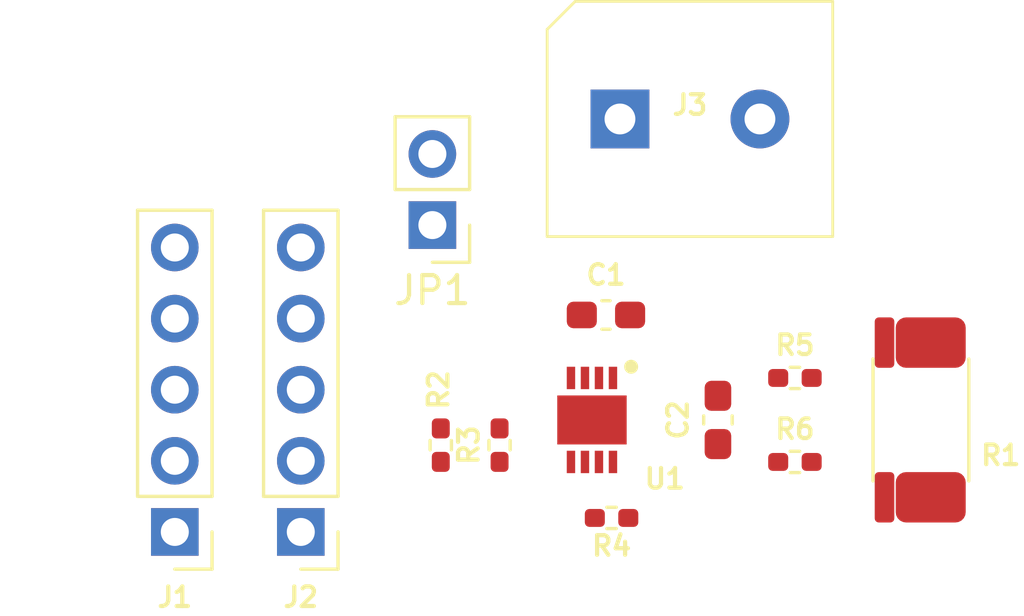
<source format=kicad_pcb>
(kicad_pcb (version 20240108) (generator "pcbnew") (generator_version "8.0")
  (layers (0 "F.Cu" signal) (31 "B.Cu" signal) (34 "B.Paste" user) (35 "F.Paste" user) (36 "B.SilkS" user "B.Silkscreen") (37 "F.SilkS" user "F.Silkscreen") (38 "B.Mask" user) (39 "F.Mask" user) (44 "Edge.Cuts" user))
  (net 0 "")
  (net 1 "/SDA")
  (net 2 "/SCL")
  (net 3 "/~{ALCC}")
  (net 4 "/3V3{slash}5V")
  (net 5 "GND")
  (net 6 "/Ext_Connector/BATT+_IN")
  (net 7 "/Ext_Connector/BATT+_OUT")
  (net 8 "Net-(R1-Pad2)")
  (net 9 "Net-(R1-Pad3)")
  (net 10 "/LTC2944/SENSE+_IN")
  (net 11 "/LTC2944/SENSE-_IN")
  (footprint "PP_PoC:PinHeader_1x05_P2.54mm_Vertical" (layer "F.Cu") (at 139.1 109.5 180)
    (property "Reference" "J1" (at 0 -2.33 180) (layer "F.SilkS") (effects (font (size 0.7 0.7))))
    (property "Value" "Conn_01x05_Pin")
    (fp_line (start 1.33 1.270001) (end 1.33 11.49) (stroke (width 0.12)) (layer "F.SilkS"))
    (fp_line (start -1.33 11.49) (end 1.33 11.49) (stroke (width 0.12)) (layer "F.SilkS"))
    (fp_line (start -1.33 1.270001) (end 1.33 1.270001) (stroke (width 0.12)) (layer "F.SilkS"))
    (fp_line (start -1.33 1.270001) (end -1.33 11.49) (stroke (width 0.12)) (layer "F.SilkS"))
    (fp_line (start -1.33 0) (end -1.33 -1.33) (stroke (width 0.12)) (layer "F.SilkS"))
    (fp_line (start -1.33 -1.33) (end 0 -1.33) (stroke (width 0.12)) (layer "F.SilkS"))
    (pad "1" thru_hole rect (at 0 0 180) (size 1.7 1.7) (drill 1) (layers "*.Cu" "*.Mask") (net 2 "/SCL"))
    (pad "2" thru_hole oval (at 0 2.54 180) (size 1.7 1.7) (drill 1) (layers "*.Cu" "*.Mask") (net 1 "/SDA"))
    (pad "3" thru_hole oval (at 0 5.079999 180) (size 1.7 1.7) (drill 1) (layers "*.Cu" "*.Mask") (net 3 "/~{ALCC}"))
    (pad "4" thru_hole oval (at 0 7.62 180) (size 1.7 1.7) (drill 1) (layers "*.Cu" "*.Mask") (net 4 "/3V3{slash}5V"))
    (pad "5" thru_hole oval (at 0 10.16 180) (size 1.7 1.7) (drill 1) (layers "*.Cu" "*.Mask") (net 5 "GND"))
  )
  (footprint "PP_PoC:PinHeader_1x02_P2.54mm_Vertical" (layer "F.Cu") (at 148.3 98.54 180)
    (property "Reference" "JP1" (at 0 -2.33 180) (layer "F.SilkS"))
    (property "Value" "Jumper_2_Open")
    (fp_line (start 1.33 1.270001) (end 1.33 3.87) (stroke (width 0.12)) (layer "F.SilkS"))
    (fp_line (start -1.33 3.87) (end 1.33 3.87) (stroke (width 0.12)) (layer "F.SilkS"))
    (fp_line (start -1.33 1.270001) (end 1.33 1.270001) (stroke (width 0.12)) (layer "F.SilkS"))
    (fp_line (start -1.33 1.270001) (end -1.33 3.87) (stroke (width 0.12)) (layer "F.SilkS"))
    (fp_line (start -1.33 0) (end -1.33 -1.33) (stroke (width 0.12)) (layer "F.SilkS"))
    (fp_line (start -1.33 -1.33) (end 0 -1.33) (stroke (width 0.12)) (layer "F.SilkS"))
    (pad "1" thru_hole rect (at 0 0 180) (size 1.7 1.7) (drill 1) (layers "*.Cu" "*.Mask") (net 4 "/3V3{slash}5V"))
    (pad "2" thru_hole oval (at 0 2.54 180) (size 1.7 1.7) (drill 1) (layers "*.Cu" "*.Mask") (net 6 "/Ext_Connector/BATT+_IN"))
  )
  (footprint "PP_PoC:R_0402_1005Metric_Pad0.72x0.64mm_HandSolder" (layer "F.Cu") (at 148.6 106.4 -90)
    (property "Reference" "R2" (at -1.974999 0.08 90) (layer "F.SilkS") (effects (font (size 0.7 0.7))))
    (property "Value" "2k")
    (fp_line (start -0.167621 0.380001) (end 0.167621 0.380001) (stroke (width 0.12)) (layer "F.SilkS"))
    (fp_line (start -0.167621 -0.380001) (end 0.167621 -0.380001) (stroke (width 0.12)) (layer "F.SilkS"))
    (pad "1" smd roundrect (at -0.5975 0 270) (size 0.715 0.64) (layers "F.Cu" "F.Paste" "F.Mask") (net 4 "/3V3{slash}5V"))
    (pad "2" smd roundrect (at 0.5975 0 270) (size 0.715 0.64) (layers "F.Cu" "F.Paste" "F.Mask") (net 2 "/SCL"))
  )
  (footprint "PP_PoC:C_0603_1608Metric_Pad1.08x0.95mm_HandSolder" (layer "F.Cu") (at 158.5 105.5 90)
    (property "Reference" "C2" (at 0 -1.43 -90) (layer "F.SilkS") (effects (font (size 0.7 0.7))))
    (property "Value" "100nF")
    (fp_line (start -0.146267 -0.51) (end 0.146267 -0.51) (stroke (width 0.12)) (layer "F.SilkS"))
    (fp_line (start -0.146267 0.51) (end 0.146267 0.51) (stroke (width 0.12)) (layer "F.SilkS"))
    (pad "1" smd roundrect (at -0.862501 0 90) (size 1.075 0.95) (layers "F.Cu" "F.Paste" "F.Mask") (net 11 "/LTC2944/SENSE-_IN"))
    (pad "2" smd roundrect (at 0.862501 0 90) (size 1.075 0.95) (layers "F.Cu" "F.Paste" "F.Mask") (net 10 "/LTC2944/SENSE+_IN"))
  )
  (footprint "PP_PoC:R_0402_1005Metric_Pad0.72x0.64mm_HandSolder" (layer "F.Cu") (at 161.25 107)
    (property "Reference" "R6" (at 0 -1.17 0) (layer "F.SilkS") (effects (font (size 0.7 0.7))))
    (property "Value" "100E")
    (fp_line (start -0.167621 -0.38) (end 0.167621 -0.38) (stroke (width 0.12)) (layer "F.SilkS"))
    (fp_line (start -0.167621 0.38) (end 0.167621 0.38) (stroke (width 0.12)) (layer "F.SilkS"))
    (pad "1" smd roundrect (at -0.5975 0) (size 0.715 0.64) (layers "F.Cu" "F.Paste" "F.Mask") (net 11 "/LTC2944/SENSE-_IN"))
    (pad "2" smd roundrect (at 0.5975 0) (size 0.715 0.64) (layers "F.Cu" "F.Paste" "F.Mask") (net 8 "Net-(R1-Pad2)"))
  )
  (footprint "PP_PoC:LTC2944_DFN" (layer "F.Cu") (at 154 105.5 -90)
    (property "Reference" "U1" (at 2.1 -2.6 180) (layer "F.SilkS") (effects (font (size 0.7 0.7))))
    (property "Value" "LTC2944IDD#PBF" (hide yes))
    (fp_circle (center -1.899999 -1.4) (end -1.9 -1.275) (stroke (width 0.25)) (fill none) (layer "F.SilkS"))
    (pad "1" smd rect (at -1.5 -0.75) (size 0.3 0.8) (layers "F.Cu" "F.Paste" "F.Mask") (net 10 "/LTC2944/SENSE+_IN"))
    (pad "2" smd rect (at -1.5 -0.25) (size 0.3 0.8) (layers "F.Cu" "F.Paste" "F.Mask") (net 5 "GND"))
    (pad "3" smd rect (at -1.5 0.25) (size 0.3 0.8) (layers "F.Cu" "F.Paste" "F.Mask") (net 5 "GND"))
    (pad "4" smd rect (at -1.5 0.75) (size 0.3 0.8) (layers "F.Cu" "F.Paste" "F.Mask") (net 2 "/SCL"))
    (pad "5" smd rect (at 1.5 0.75) (size 0.3 0.8) (layers "F.Cu" "F.Paste" "F.Mask") (net 1 "/SDA"))
    (pad "6" smd rect (at 1.5 0.25) (size 0.3 0.8) (layers "F.Cu" "F.Paste" "F.Mask") (net 3 "/~{ALCC}"))
    (pad "7" smd rect (at 1.5 -0.25) (size 0.3 0.8) (layers "F.Cu" "F.Paste" "F.Mask") (net 5 "GND"))
    (pad "8" smd rect (at 1.5 -0.75) (size 0.3 0.8) (layers "F.Cu" "F.Paste" "F.Mask") (net 11 "/LTC2944/SENSE-_IN"))
    (pad "9" smd rect (at 0 0 270) (size 1.75 2.48) (layers "F.Cu" "F.Paste" "F.Mask") (net 5 "GND"))
  )
  (footprint "PP_PoC:R_2512_6332Metric" (layer "F.Cu") (at 165.75 105.5 -90)
    (property "Reference" "R1" (at 1.2625 -2.85 180) (layer "F.SilkS") (effects (font (size 0.7 0.7))))
    (property "Value" "5mE")
    (fp_line (start -2.177064 1.71) (end 2.177064 1.71) (stroke (width 0.12)) (layer "F.SilkS"))
    (fp_line (start -2.177064 -1.71) (end 2.177064 -1.71) (stroke (width 0.12)) (layer "F.SilkS"))
    (pad "1" smd roundrect (at 2.7625 -0.35 270) (size 1.8 2.5) (layers "F.Cu" "F.Paste" "F.Mask") (roundrect_rratio 0.204082) (net 5 "GND"))
    (pad "2" smd roundrect (at 2.7625 1.3 270) (size 1.8 0.7) (layers "F.Cu" "F.Paste" "F.Mask") (roundrect_rratio 0.204082) (net 8 "Net-(R1-Pad2)"))
    (pad "3" smd roundrect (at -2.7625 1.3 270) (size 1.8 0.7) (layers "F.Cu" "F.Paste" "F.Mask") (roundrect_rratio 0.204082) (net 9 "Net-(R1-Pad3)"))
    (pad "4" smd roundrect (at -2.7625 -0.35 270) (size 1.8 2.5) (layers "F.Cu" "F.Paste" "F.Mask") (roundrect_rratio 0.204082) (net 7 "/Ext_Connector/BATT+_OUT"))
  )
  (footprint "PP_PoC:C_0603_1608Metric_Pad1.08x0.95mm_HandSolder" (layer "F.Cu") (at 154.5 101.75)
    (property "Reference" "C1" (at 0 -1.43 0) (layer "F.SilkS") (effects (font (size 0.7 0.7))))
    (property "Value" "1uF")
    (fp_line (start -0.146267 -0.51) (end 0.146267 -0.51) (stroke (width 0.12)) (layer "F.SilkS"))
    (fp_line (start -0.146267 0.51) (end 0.146267 0.51) (stroke (width 0.12)) (layer "F.SilkS"))
    (pad "1" smd roundrect (at -0.8625 0) (size 1.075 0.95) (layers "F.Cu" "F.Paste" "F.Mask") (net 5 "GND"))
    (pad "2" smd roundrect (at 0.8625 0) (size 1.075 0.95) (layers "F.Cu" "F.Paste" "F.Mask") (net 10 "/LTC2944/SENSE+_IN"))
  )
  (footprint "PP_PoC:R_0402_1005Metric_Pad0.72x0.64mm_HandSolder" (layer "F.Cu") (at 154.7 109 180)
    (property "Reference" "R4" (at 0 -1 180) (layer "F.SilkS") (effects (font (size 0.7 0.7))))
    (property "Value" "2k")
    (fp_line (start -0.167621 0.380001) (end 0.167621 0.380001) (stroke (width 0.12)) (layer "F.SilkS"))
    (fp_line (start -0.167621 -0.380001) (end 0.167621 -0.380001) (stroke (width 0.12)) (layer "F.SilkS"))
    (pad "1" smd roundrect (at -0.5975 0 180) (size 0.715 0.64) (layers "F.Cu" "F.Paste" "F.Mask") (net 4 "/3V3{slash}5V"))
    (pad "2" smd roundrect (at 0.5975 0 180) (size 0.715 0.64) (layers "F.Cu" "F.Paste" "F.Mask") (net 3 "/~{ALCC}"))
  )
  (footprint "PP_PoC:2P_Screw_Terminal" (layer "F.Cu") (at 157.5 94.75)
    (property "Reference" "J3" (at 0 -0.499999 0) (layer "F.SilkS") (effects (font (size 0.7 0.7))))
    (property "Value" "Screw_Terminal_01x02")
    (fp_line (start -5.1 -3.2) (end -5.1 4.2) (stroke (width 0.1)) (layer "F.SilkS"))
    (fp_line (start -5.1 -3.2) (end -4.1 -4.2) (stroke (width 0.1)) (layer "F.SilkS"))
    (fp_line (start -5.1 4.2) (end 5.1 4.2) (stroke (width 0.1)) (layer "F.SilkS"))
    (fp_line (start 5.1 -4.2) (end -4.1 -4.2) (stroke (width 0.1)) (layer "F.SilkS"))
    (fp_line (start 5.1 4.2) (end 5.1 -4.2) (stroke (width 0.1)) (layer "F.SilkS"))
    (pad "1" thru_hole rect (at -2.5 0) (size 2.1 2.1) (drill 1.1) (layers "*.Cu" "*.Mask") (net 6 "/Ext_Connector/BATT+_IN"))
    (pad "2" thru_hole circle (at 2.5 0) (size 2.1 2.1) (drill 1.1) (layers "*.Cu" "*.Mask") (net 7 "/Ext_Connector/BATT+_OUT"))
  )
  (footprint "PP_PoC:R_0402_1005Metric_Pad0.72x0.64mm_HandSolder" (layer "F.Cu") (at 150.7 106.4 -90)
    (property "Reference" "R3" (at 0 1.099999 90) (layer "F.SilkS") (effects (font (size 0.7 0.7))))
    (property "Value" "2k")
    (fp_line (start -0.167621 0.380001) (end 0.167621 0.380001) (stroke (width 0.12)) (layer "F.SilkS"))
    (fp_line (start -0.167621 -0.380001) (end 0.167621 -0.380001) (stroke (width 0.12)) (layer "F.SilkS"))
    (pad "1" smd roundrect (at -0.5975 0 270) (size 0.715 0.64) (layers "F.Cu" "F.Paste" "F.Mask") (net 4 "/3V3{slash}5V"))
    (pad "2" smd roundrect (at 0.5975 0 270) (size 0.715 0.64) (layers "F.Cu" "F.Paste" "F.Mask") (net 1 "/SDA"))
  )
  (footprint "PP_PoC:PinHeader_1x05_P2.54mm_Vertical" (layer "F.Cu") (at 143.6 109.5 180)
    (property "Reference" "J2" (at 0 -2.33 180) (layer "F.SilkS") (effects (font (size 0.7 0.7))))
    (property "Value" "Conn_01x05_Socket")
    (fp_line (start 1.33 1.270001) (end 1.33 11.49) (stroke (width 0.12)) (layer "F.SilkS"))
    (fp_line (start -1.33 11.49) (end 1.33 11.49) (stroke (width 0.12)) (layer "F.SilkS"))
    (fp_line (start -1.33 1.270001) (end 1.33 1.270001) (stroke (width 0.12)) (layer "F.SilkS"))
    (fp_line (start -1.33 1.270001) (end -1.33 11.49) (stroke (width 0.12)) (layer "F.SilkS"))
    (fp_line (start -1.33 0) (end -1.33 -1.33) (stroke (width 0.12)) (layer "F.SilkS"))
    (fp_line (start -1.33 -1.33) (end 0 -1.33) (stroke (width 0.12)) (layer "F.SilkS"))
    (pad "1" thru_hole rect (at 0 0 180) (size 1.7 1.7) (drill 1) (layers "*.Cu" "*.Mask") (net 2 "/SCL"))
    (pad "2" thru_hole oval (at 0 2.54 180) (size 1.7 1.7) (drill 1) (layers "*.Cu" "*.Mask") (net 1 "/SDA"))
    (pad "3" thru_hole oval (at 0 5.079999 180) (size 1.7 1.7) (drill 1) (layers "*.Cu" "*.Mask") (net 3 "/~{ALCC}"))
    (pad "4" thru_hole oval (at 0 7.62 180) (size 1.7 1.7) (drill 1) (layers "*.Cu" "*.Mask") (net 4 "/3V3{slash}5V"))
    (pad "5" thru_hole oval (at 0 10.16 180) (size 1.7 1.7) (drill 1) (layers "*.Cu" "*.Mask") (net 5 "GND"))
  )
  (footprint "PP_PoC:R_0402_1005Metric_Pad0.72x0.64mm_HandSolder" (layer "F.Cu") (at 161.25 104)
    (property "Reference" "R5" (at 0 -1.17 0) (layer "F.SilkS") (effects (font (size 0.7 0.7))))
    (property "Value" "100E")
    (fp_line (start -0.167621 -0.38) (end 0.167621 -0.38) (stroke (width 0.12)) (layer "F.SilkS"))
    (fp_line (start -0.167621 0.38) (end 0.167621 0.38) (stroke (width 0.12)) (layer "F.SilkS"))
    (pad "1" smd roundrect (at -0.5975 0) (size 0.715 0.64) (layers "F.Cu" "F.Paste" "F.Mask") (net 10 "/LTC2944/SENSE+_IN"))
    (pad "2" smd roundrect (at 0.5975 0) (size 0.715 0.64) (layers "F.Cu" "F.Paste" "F.Mask") (net 9 "Net-(R1-Pad3)"))
  )
  (segment (start 148.8025 99.0425) (end 148.3 98.54) (width 0.25) (layer "F.Cu") (net 4))
)
</source>
